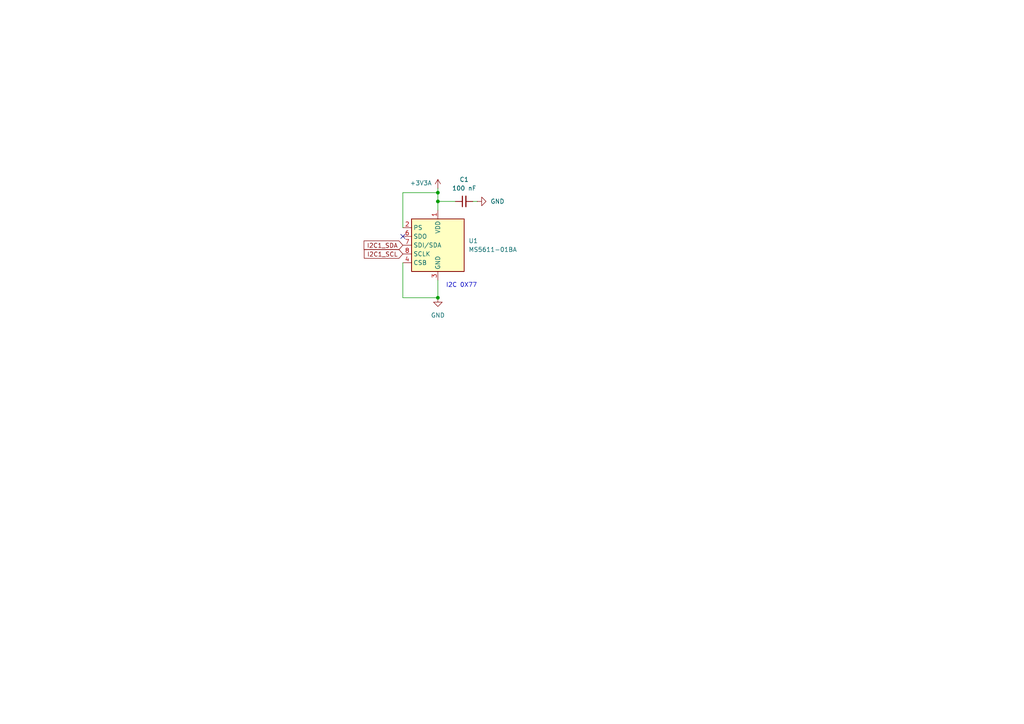
<source format=kicad_sch>
(kicad_sch (version 20250114) (generator "eeschema") (generator_version "9.0")
  (paper "A4")
  (title_block (date "2025-09-30") (rev "1.0"))
  (lib_symbols
    (symbol "Device:C_Small" (pin_numbers (hide yes)) (pin_names (offset 0.254) (hide yes))
      (property "Reference" "C" (at 0.254 1.778 0))
      (property "Value" "C_Small" (at 0.254 -2.032 0))
      (symbol "C_Small_0_1"
        (polyline (pts (xy -1.524 0.508) (xy 1.524 0.508)) (stroke (width 0.3048)))
        (polyline (pts (xy -1.524 -0.508) (xy 1.524 -0.508)) (stroke (width 0.3302)))
      )
      (symbol "C_Small_1_1"
        (pin passive line (at 0 2.54 270) (length 2.032) (name "~") (number "1"))
        (pin passive line (at 0 -2.54 90) (length 2.032) (name "~") (number "2"))
      )
    )
    (symbol "Sensor_Pressure:MS5611-01BA"
      (property "Reference" "U" (at -6.35 8.89 0))
      (property "Value" "MS5611-01BA" (at 7.62 8.89 0))
      (symbol "MS5611-01BA_0_1"
        (rectangle (start -7.62 7.62) (end 7.62 -7.62) (stroke (width 0.254)) (fill (type background)))
      )
      (symbol "MS5611-01BA_1_1"
        (pin input line (at -10.16 5.08 0) (length 2.54) (name "PS") (number "2"))
        (pin output line (at -10.16 2.54 0) (length 2.54) (name "SDO") (number "6"))
        (pin bidirectional line (at -10.16 0 0) (length 2.54) (name "SDI/SDA") (number "7"))
        (pin input line (at -10.16 -2.54 0) (length 2.54) (name "SCLK") (number "8"))
        (pin input line (at -10.16 -5.08 0) (length 2.54) (name "CSB") (number "4"))
        (pin input line (at -10.16 -5.08 0) (length 2.54) (hide yes) (name "CSB") (number "5"))
        (pin power_in line (at 0 10.16 270) (length 2.54) (name "VDD") (number "1"))
        (pin power_in line (at 0 -10.16 90) (length 2.54) (name "GND") (number "3"))
      )
    )
    (symbol "power:+3V3" (power) (pin_numbers (hide yes)) (pin_names (offset 0) (hide yes))
      (property "Value" "+3V3" (at 0 3.556 0))
      (symbol "+3V3_0_1"
        (polyline (pts (xy -0.762 1.27) (xy 0 2.54)))
        (polyline (pts (xy 0 2.54) (xy 0.762 1.27)))
        (polyline (pts (xy 0 0) (xy 0 2.54)))
      )
      (symbol "+3V3_1_1"
        (pin power_in line (at 0 0 90) (length 0) (name "~") (number "1"))
      )
    )
    (symbol "power:GND" (power) (pin_numbers (hide yes)) (pin_names (offset 0) (hide yes))
      (property "Value" "GND" (at 0 -3.81 0))
      (symbol "GND_0_1"
        (polyline (pts (xy 0 0) (xy 0 -1.27) (xy 1.27 -1.27) (xy 0 -2.54) (xy -1.27 -1.27) (xy 0 -1.27)))
      )
      (symbol "GND_1_1"
        (pin power_in line (at 0 0 270) (length 0) (name "~") (number "1"))
      )
    )
  )
  (text "I2C 0X77\n\n" (at 133.858 83.82 0) (effects (font (size 1.27 1.27))))
  (junction (at 127 58.42))
  (junction (at 127 55.88))
  (junction (at 127 86.36))
  (no_connect (at 116.84 68.58))
  (wire (pts (xy 137.16 58.42) (xy 138.43 58.42)))
  (wire (pts (xy 127 55.88) (xy 127 58.42)))
  (wire (pts (xy 127 58.42) (xy 127 60.96)))
  (wire (pts (xy 116.84 76.2) (xy 116.84 86.36)))
  (wire (pts (xy 116.84 86.36) (xy 127 86.36)))
  (wire (pts (xy 116.84 66.04) (xy 116.84 55.88)))
  (wire (pts (xy 127 54.61) (xy 127 55.88)))
  (wire (pts (xy 127 58.42) (xy 132.08 58.42)))
  (wire (pts (xy 116.84 55.88) (xy 127 55.88)))
  (wire (pts (xy 127 81.28) (xy 127 86.36)))
  (global_label "I2C1_SDA" (shape input) (at 116.84 71.12 180) (property "Intersheetrefs" "${INTERSHEET_REFS}" (effects (hide yes))))
  (global_label "I2C1_SCL" (shape input) (at 116.84 73.66 180) (property "Intersheetrefs" "${INTERSHEET_REFS}" (effects (hide yes))))
  (symbol (lib_id "power:GND") (at 138.43 58.42 90) (unit 1)
    (property "Reference" "#PWR089" (effects (hide yes)))
    (property "Value" "GND" (at 142.24 58.4199 90) (effects (justify right)))
    (property "Description" "Power symbol creates a global label with name \"GND\" , ground" (effects (hide yes)))
  )
  (symbol (lib_id "power:+3V3") (at 127 54.61 0) (unit 1)
    (property "Reference" "#PWR01" (effects (hide yes)))
    (property "Value" "+3V3A" (at 118.872 53.086 0) (effects (justify left)))
    (property "Description" "Power symbol creates a global label with name \"+3V3\"" (effects (hide yes)))
  )
  (symbol (lib_id "Sensor_Pressure:MS5611-01BA") (at 127 71.12 0) (unit 1)
    (property "Reference" "U1" (at 135.89 69.8499 0) (effects (justify left)))
    (property "Value" "MS5611-01BA" (at 135.89 72.3899 0) (effects (justify left)))
    (property "Footprint" "Package_LGA:LGA-8_3x5mm_P1.25mm" (effects (hide yes)))
    (property "Datasheet" "https://www.te.com/commerce/DocumentDelivery/DDEController?Action=srchrtrv&DocNm=MS5611-01BA03&DocType=Data+Sheet&DocLang=English" (effects (hide yes)))
    (property "Description" "Barometric pressure sensor, 10cm resolution, 10 to 1200 mbar, I2C and SPI interface up to 20MHz, LGA-8" (effects (hide yes)))
  )
  (symbol (lib_id "power:GND") (at 127 86.36 0) (unit 1)
    (property "Reference" "#PWR02" (effects (hide yes)))
    (property "Value" "GND" (at 127 91.44 0))
    (property "Description" "Power symbol creates a global label with name \"GND\" , ground" (effects (hide yes)))
  )
  (symbol (lib_id "Device:C_Small") (at 134.62 58.42 90) (unit 1)
    (property "Reference" "C1" (at 134.6263 52.07 90))
    (property "Value" "100 nF" (at 134.6263 54.61 90))
    (property "Description" "Unpolarized capacitor, MUST be ceramic" (effects (hide yes)))
  )
)
</source>
